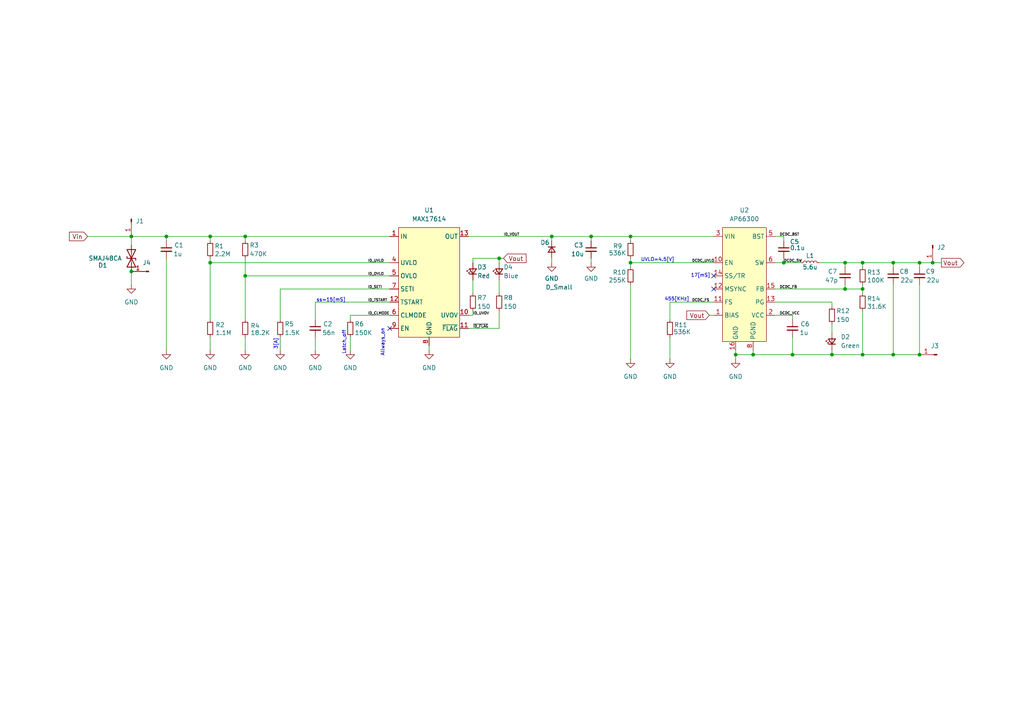
<source format=kicad_sch>
(kicad_sch (version 20231120) (generator "eeschema") (generator_version "8.0")
  (paper "A4")
  (title_block (title "ARNIE4833") (date "2024-10-12") (rev "V0.0.0") (company "© : Kynsight® GmbH: Licenced under CERN-OHL-W V2.0") (comment 2 "+48Vin | +3.3Vout | 3A ") (comment 3 "DC/DC Buck converter module, with added input protection circuitry."))
  (lib_symbols
    (symbol "310_smps_buck:AP66300"
      (property "Reference" "U" (at 0 21.59 0))
      (property "Value" "AP66300" (at 0 19.05 0))
      (symbol "AP66300_1_1"
        (rectangle (start -6.35 17.78) (end 6.35 -15.24) (fill (type background)))
        (pin input line (at -8.89 -7.62 0) (length 2.54) (name "BIAS") (number "1"))
        (pin input line (at -8.89 7.62 0) (length 2.54) (name "EN") (number "10"))
        (pin input line (at -8.89 -3.81 0) (length 2.54) (name "FS") (number "11"))
        (pin input line (at -8.89 0 0) (length 2.54) (name "MSYNC") (number "12"))
        (pin output line (at 8.89 -3.81 180) (length 2.54) (name "PG") (number "13"))
        (pin input line (at -8.89 3.81 0) (length 2.54) (name "SS/TR") (number "14"))
        (pin input line (at 8.89 0 180) (length 2.54) (name "FB") (number "15"))
        (pin power_in line (at -2.54 -17.78 90) (length 2.54) (name "GND") (number "16"))
        (pin power_in line (at -2.54 -17.78 90) (length 2.54) hide (name "GND") (number "17"))
        (pin power_out line (at 8.89 -7.62 180) (length 2.54) (name "VCC") (number "2"))
        (pin power_in line (at -8.89 15.24 0) (length 2.54) (name "VIN") (number "3"))
        (pin power_in line (at -8.89 15.24 0) (length 2.54) hide (name "VIN") (number "4"))
        (pin input line (at 8.89 15.24 180) (length 2.54) (name "BST") (number "5"))
        (pin power_out line (at 8.89 7.62 180) (length 2.54) (name "SW") (number "6"))
        (pin power_out line (at 8.89 7.62 180) (length 2.54) hide (name "SW") (number "7"))
        (pin power_in line (at 2.54 -17.78 90) (length 2.54) (name "PGND") (number "8"))
        (pin power_in line (at 2.54 -17.78 90) (length 2.54) hide (name "PGND") (number "9"))
      )
    )
    (symbol "380_power_protection_ideal_diode:MAX17614"
      (property "Reference" "U" (at 0 18.542 0))
      (property "Value" "MAX17614" (at 0.254 15.24 0))
      (symbol "MAX17614_1_1"
        (rectangle (start -8.89 13.97) (end 8.89 -17.78) (fill (type background)))
        (pin power_in line (at -11.43 11.43 0) (length 2.54) (name "IN") (number "1"))
        (pin output line (at 11.43 -11.43 180) (length 2.54) (name "UVOV") (number "10"))
        (pin output line (at 11.43 -15.24 180) (length 2.54) (name "~{FLAG}") (number "11"))
        (pin input line (at -11.43 -7.62 0) (length 2.54) (name "TSTART") (number "12"))
        (pin power_out line (at 11.43 11.43 180) (length 2.54) (name "OUT") (number "13"))
        (pin power_out line (at 11.43 11.43 180) (length 2.54) hide (name "OUT") (number "14"))
        (pin power_out line (at 11.43 11.43 180) (length 2.54) hide (name "OUT") (number "15"))
        (pin power_in line (at 0 -20.32 90) (length 2.54) hide (name "GND") (number "16"))
        (pin power_in line (at 0 -20.32 90) (length 2.54) hide (name "GND") (number "17"))
        (pin power_in line (at 0 -20.32 90) (length 2.54) hide (name "GND") (number "18"))
        (pin power_in line (at 0 -20.32 90) (length 2.54) hide (name "GND") (number "19"))
        (pin power_in line (at -11.43 11.43 0) (length 2.54) hide (name "IN") (number "2"))
        (pin power_out line (at 0 -20.32 90) (length 2.54) hide (name "GND") (number "20"))
        (pin power_in line (at 0 -20.32 90) (length 2.54) hide (name "GND") (number "21"))
        (pin power_in line (at -11.43 11.43 0) (length 2.54) hide (name "IN") (number "3"))
        (pin input line (at -11.43 3.81 0) (length 2.54) (name "UVLO") (number "4"))
        (pin input line (at -11.43 0 0) (length 2.54) (name "OVLO") (number "5"))
        (pin input line (at -11.43 -11.43 0) (length 2.54) (name "CLMODE") (number "6"))
        (pin input line (at -11.43 -3.81 0) (length 2.54) (name "SETI") (number "7"))
        (pin power_out line (at 0 -20.32 90) (length 2.54) (name "GND") (number "8"))
        (pin input line (at -11.43 -15.24 0) (length 2.54) (name "EN") (number "9"))
      )
    )
    (symbol "Connector:Conn_01x01_Pin" (pin_names (offset 1.016) hide)
      (property "Reference" "J" (at 0 2.54 0))
      (property "Value" "Conn_01x01_Pin" (at 0 -2.54 0))
      (symbol "Conn_01x01_Pin_1_1"
        (polyline (pts (xy 1.27 0) (xy 0.8636 0)) (stroke (width 0.1524)))
        (rectangle (start 0.8636 0.127) (end 0 -0.127) (stroke (width 0.1524)) (fill (type outline)))
        (pin passive line (at 5.08 0 180) (length 3.81) (name "Pin_1") (number "1"))
      )
    )
    (symbol "Device:C_Small" (pin_numbers hide) (pin_names (offset 0.254) hide)
      (property "Reference" "C" (at 0.254 1.778 0))
      (property "Value" "C_Small" (at 0.254 -2.032 0))
      (symbol "C_Small_0_1"
        (polyline (pts (xy -1.524 -0.508) (xy 1.524 -0.508)) (stroke (width 0.3302)))
        (polyline (pts (xy -1.524 0.508) (xy 1.524 0.508)) (stroke (width 0.3048)))
      )
      (symbol "C_Small_1_1"
        (pin passive line (at 0 2.54 270) (length 2.032) (name "~") (number "1"))
        (pin passive line (at 0 -2.54 90) (length 2.032) (name "~") (number "2"))
      )
    )
    (symbol "Device:D_Small" (pin_numbers hide) (pin_names (offset 0.254) hide)
      (property "Reference" "D" (at -1.27 2.032 0))
      (property "Value" "D_Small" (at -3.81 -2.032 0))
      (symbol "D_Small_0_1"
        (polyline (pts (xy -0.762 -1.016) (xy -0.762 1.016)) (stroke (width 0.254)))
        (polyline (pts (xy -0.762 0) (xy 0.762 0)))
        (polyline (pts (xy 0.762 -1.016) (xy -0.762 0) (xy 0.762 1.016) (xy 0.762 -1.016)) (stroke (width 0.254)))
      )
      (symbol "D_Small_1_1"
        (pin passive line (at -2.54 0 0) (length 1.778) (name "K") (number "1"))
        (pin passive line (at 2.54 0 180) (length 1.778) (name "A") (number "2"))
      )
    )
    (symbol "Device:D_TVS" (pin_numbers hide) (pin_names (offset 1.016) hide)
      (property "Reference" "D" (at 0 2.54 0))
      (property "Value" "D_TVS" (at 0 -2.54 0))
      (symbol "D_TVS_0_1"
        (polyline (pts (xy 1.27 0) (xy -1.27 0)))
        (polyline (pts (xy 0.508 1.27) (xy 0 1.27) (xy 0 -1.27) (xy -0.508 -1.27)) (stroke (width 0.254)))
        (polyline (pts (xy -2.54 1.27) (xy -2.54 -1.27) (xy 2.54 1.27) (xy 2.54 -1.27) (xy -2.54 1.27)) (stroke (width 0.254)))
      )
      (symbol "D_TVS_1_1"
        (pin passive line (at -3.81 0 0) (length 2.54) (name "A1") (number "1"))
        (pin passive line (at 3.81 0 180) (length 2.54) (name "A2") (number "2"))
      )
    )
    (symbol "Device:LED_Small" (pin_numbers hide) (pin_names (offset 0.254) hide)
      (property "Reference" "D" (at -1.27 3.175 0))
      (property "Value" "LED_Small" (at -4.445 -2.54 0))
      (symbol "LED_Small_0_1"
        (polyline (pts (xy -0.762 -1.016) (xy -0.762 1.016)) (stroke (width 0.254)))
        (polyline (pts (xy 1.016 0) (xy -0.762 0)))
        (polyline (pts (xy 0.762 -1.016) (xy -0.762 0) (xy 0.762 1.016) (xy 0.762 -1.016)) (stroke (width 0.254)))
        (polyline (pts (xy 0 0.762) (xy -0.508 1.27) (xy -0.254 1.27) (xy -0.508 1.27) (xy -0.508 1.016)))
        (polyline (pts (xy 0.508 1.27) (xy 0 1.778) (xy 0.254 1.778) (xy 0 1.778) (xy 0 1.524)))
      )
      (symbol "LED_Small_1_1"
        (pin passive line (at -2.54 0 0) (length 1.778) (name "K") (number "1"))
        (pin passive line (at 2.54 0 180) (length 1.778) (name "A") (number "2"))
      )
    )
    (symbol "Device:L_Small" (pin_numbers hide) (pin_names (offset 0.254) hide)
      (property "Reference" "L" (at 0.762 1.016 0))
      (property "Value" "L_Small" (at 0.762 -1.016 0))
      (symbol "L_Small_0_1"
        (arc (start 0 -2.032) (mid 0.5058 -1.524) (end 0 -1.016))
        (arc (start 0 -1.016) (mid 0.5058 -0.508) (end 0 0))
        (arc (start 0 0) (mid 0.5058 0.508) (end 0 1.016))
        (arc (start 0 1.016) (mid 0.5058 1.524) (end 0 2.032))
      )
      (symbol "L_Small_1_1"
        (pin passive line (at 0 2.54 270) (length 0.508) (name "~") (number "1"))
        (pin passive line (at 0 -2.54 90) (length 0.508) (name "~") (number "2"))
      )
    )
    (symbol "Device:R_Small" (pin_numbers hide) (pin_names (offset 0.254) hide)
      (property "Reference" "R" (at 0.762 0.508 0))
      (property "Value" "R_Small" (at 0.762 -1.016 0))
      (symbol "R_Small_0_1"
        (rectangle (start -0.762 1.778) (end 0.762 -1.778) (stroke (width 0.2032)))
      )
      (symbol "R_Small_1_1"
        (pin passive line (at 0 2.54 270) (length 0.762) (name "~") (number "1"))
        (pin passive line (at 0 -2.54 90) (length 0.762) (name "~") (number "2"))
      )
    )
    (symbol "power:GND" (power) (pin_numbers hide) (pin_names (offset 0) hide)
      (property "Value" "GND" (at 0 -3.81 0))
      (symbol "GND_0_1"
        (polyline (pts (xy 0 0) (xy 0 -1.27) (xy 1.27 -1.27) (xy 0 -2.54) (xy -1.27 -1.27) (xy 0 -1.27)))
      )
      (symbol "GND_1_1"
        (pin power_in line (at 0 0 270) (length 0) (name "~") (number "1"))
      )
    )
  )
  (junction (at 250.19 83.82))
  (junction (at 48.26 68.58))
  (junction (at 218.44 102.87))
  (junction (at 182.88 68.58))
  (junction (at 266.7 102.87))
  (junction (at 270.51 76.2))
  (junction (at 259.08 76.2))
  (junction (at 266.7 76.2))
  (junction (at 71.12 80.01))
  (junction (at 250.19 76.2))
  (junction (at 259.08 102.87))
  (junction (at 60.96 76.2))
  (junction (at 38.1 68.58))
  (junction (at 160.02 68.58))
  (junction (at 245.11 76.2))
  (junction (at 245.11 83.82))
  (junction (at 71.12 68.58))
  (junction (at 241.3 102.87))
  (junction (at 250.19 102.87))
  (junction (at 182.88 76.2))
  (junction (at 229.87 102.87))
  (junction (at 144.78 74.93))
  (junction (at 38.1 78.74))
  (junction (at 213.36 102.87))
  (junction (at 60.96 68.58))
  (junction (at 171.45 68.58))
  (junction (at 227.33 76.2))
  (no_connect (at 113.03 95.25))
  (no_connect (at 207.01 83.82))
  (no_connect (at 207.01 80.01))
  (wire (pts (xy 71.12 80.01) (xy 71.12 92.71)))
  (wire (pts (xy 194.31 87.63) (xy 207.01 87.63)))
  (wire (pts (xy 182.88 74.93) (xy 182.88 76.2)))
  (wire (pts (xy 259.08 102.87) (xy 250.19 102.87)))
  (wire (pts (xy 101.6 91.44) (xy 101.6 92.71)))
  (wire (pts (xy 245.11 83.82) (xy 245.11 82.55)))
  (wire (pts (xy 245.11 76.2) (xy 245.11 77.47)))
  (wire (pts (xy 224.79 87.63) (xy 241.3 87.63)))
  (wire (pts (xy 48.26 68.58) (xy 48.26 69.85)))
  (wire (pts (xy 137.16 81.28) (xy 137.16 85.09)))
  (wire (pts (xy 124.46 100.33) (xy 124.46 101.6)))
  (wire (pts (xy 259.08 102.87) (xy 266.7 102.87)))
  (wire (pts (xy 48.26 68.58) (xy 60.96 68.58)))
  (wire (pts (xy 137.16 74.93) (xy 144.78 74.93)))
  (wire (pts (xy 205.74 91.44) (xy 207.01 91.44)))
  (wire (pts (xy 135.89 68.58) (xy 160.02 68.58)))
  (wire (pts (xy 224.79 91.44) (xy 229.87 91.44)))
  (wire (pts (xy 81.28 83.82) (xy 81.28 92.71)))
  (wire (pts (xy 266.7 82.55) (xy 266.7 102.87)))
  (wire (pts (xy 137.16 76.2) (xy 137.16 74.93)))
  (wire (pts (xy 266.7 76.2) (xy 270.51 76.2)))
  (wire (pts (xy 229.87 102.87) (xy 229.87 97.79)))
  (wire (pts (xy 237.49 76.2) (xy 245.11 76.2)))
  (wire (pts (xy 213.36 102.87) (xy 213.36 104.14)))
  (wire (pts (xy 91.44 87.63) (xy 91.44 92.71)))
  (wire (pts (xy 60.96 68.58) (xy 60.96 69.85)))
  (wire (pts (xy 171.45 68.58) (xy 182.88 68.58)))
  (wire (pts (xy 171.45 68.58) (xy 171.45 69.85)))
  (wire (pts (xy 60.96 97.79) (xy 60.96 101.6)))
  (wire (pts (xy 160.02 74.93) (xy 160.02 76.2)))
  (wire (pts (xy 81.28 83.82) (xy 113.03 83.82)))
  (wire (pts (xy 227.33 76.2) (xy 232.41 76.2)))
  (wire (pts (xy 270.51 76.2) (xy 273.05 76.2)))
  (wire (pts (xy 227.33 74.93) (xy 227.33 76.2)))
  (wire (pts (xy 182.88 77.47) (xy 182.88 76.2)))
  (wire (pts (xy 144.78 95.25) (xy 144.78 90.17)))
  (wire (pts (xy 241.3 87.63) (xy 241.3 88.9)))
  (wire (pts (xy 101.6 91.44) (xy 113.03 91.44)))
  (wire (pts (xy 245.11 83.82) (xy 250.19 83.82)))
  (wire (pts (xy 137.16 91.44) (xy 137.16 90.17)))
  (wire (pts (xy 182.88 76.2) (xy 207.01 76.2)))
  (wire (pts (xy 38.1 68.58) (xy 38.1 71.12)))
  (wire (pts (xy 60.96 76.2) (xy 113.03 76.2)))
  (wire (pts (xy 160.02 68.58) (xy 171.45 68.58)))
  (wire (pts (xy 71.12 74.93) (xy 71.12 80.01)))
  (wire (pts (xy 182.88 68.58) (xy 207.01 68.58)))
  (wire (pts (xy 241.3 93.98) (xy 241.3 96.52)))
  (wire (pts (xy 266.7 76.2) (xy 266.7 77.47)))
  (wire (pts (xy 259.08 76.2) (xy 266.7 76.2)))
  (wire (pts (xy 229.87 91.44) (xy 229.87 92.71)))
  (wire (pts (xy 71.12 68.58) (xy 71.12 69.85)))
  (wire (pts (xy 71.12 68.58) (xy 113.03 68.58)))
  (wire (pts (xy 91.44 87.63) (xy 113.03 87.63)))
  (wire (pts (xy 135.89 91.44) (xy 137.16 91.44)))
  (wire (pts (xy 48.26 74.93) (xy 48.26 101.6)))
  (wire (pts (xy 213.36 101.6) (xy 213.36 102.87)))
  (wire (pts (xy 101.6 97.79) (xy 101.6 101.6)))
  (wire (pts (xy 259.08 82.55) (xy 259.08 102.87)))
  (wire (pts (xy 182.88 82.55) (xy 182.88 104.14)))
  (wire (pts (xy 182.88 68.58) (xy 182.88 69.85)))
  (wire (pts (xy 38.1 68.58) (xy 48.26 68.58)))
  (wire (pts (xy 245.11 76.2) (xy 250.19 76.2)))
  (wire (pts (xy 71.12 97.79) (xy 71.12 101.6)))
  (wire (pts (xy 213.36 102.87) (xy 218.44 102.87)))
  (wire (pts (xy 71.12 80.01) (xy 113.03 80.01)))
  (wire (pts (xy 38.1 78.74) (xy 38.1 82.55)))
  (wire (pts (xy 135.89 95.25) (xy 144.78 95.25)))
  (wire (pts (xy 60.96 74.93) (xy 60.96 76.2)))
  (wire (pts (xy 160.02 68.58) (xy 160.02 69.85)))
  (wire (pts (xy 194.31 87.63) (xy 194.31 92.71)))
  (wire (pts (xy 227.33 68.58) (xy 227.33 69.85)))
  (wire (pts (xy 194.31 97.79) (xy 194.31 104.14)))
  (wire (pts (xy 224.79 83.82) (xy 245.11 83.82)))
  (wire (pts (xy 91.44 97.79) (xy 91.44 101.6)))
  (wire (pts (xy 250.19 90.17) (xy 250.19 102.87)))
  (wire (pts (xy 71.12 68.58) (xy 60.96 68.58)))
  (wire (pts (xy 259.08 76.2) (xy 259.08 77.47)))
  (wire (pts (xy 81.28 97.79) (xy 81.28 101.6)))
  (wire (pts (xy 250.19 83.82) (xy 250.19 85.09)))
  (wire (pts (xy 218.44 101.6) (xy 218.44 102.87)))
  (wire (pts (xy 250.19 102.87) (xy 241.3 102.87)))
  (wire (pts (xy 144.78 81.28) (xy 144.78 85.09)))
  (wire (pts (xy 171.45 74.93) (xy 171.45 76.2)))
  (wire (pts (xy 241.3 102.87) (xy 229.87 102.87)))
  (wire (pts (xy 250.19 83.82) (xy 250.19 82.55)))
  (wire (pts (xy 146.05 74.93) (xy 144.78 74.93)))
  (wire (pts (xy 241.3 101.6) (xy 241.3 102.87)))
  (wire (pts (xy 218.44 102.87) (xy 229.87 102.87)))
  (wire (pts (xy 250.19 76.2) (xy 250.19 77.47)))
  (wire (pts (xy 25.4 68.58) (xy 38.1 68.58)))
  (wire (pts (xy 224.79 68.58) (xy 227.33 68.58)))
  (wire (pts (xy 60.96 76.2) (xy 60.96 92.71)))
  (wire (pts (xy 224.79 76.2) (xy 227.33 76.2)))
  (wire (pts (xy 250.19 76.2) (xy 259.08 76.2)))
  (wire (pts (xy 144.78 74.93) (xy 144.78 76.2)))
  (text "Latch_off" (at 99.822 99.314 90) (effects (font (size 1 1))))
  (text "ss=15[mS]" (at 96.012 87.122 0) (effects (font (size 1 1))))
  (text "455[KHz]" (at 196.342 86.868 0) (effects (font (size 1 1))))
  (text "Allways_on" (at 110.998 99.314 90) (effects (font (size 1 1))))
  (text "17[mS]" (at 203.2 80.01 0) (effects (font (size 1 1))))
  (text "UVLO=4.5[V]" (at 190.754 75.438 0) (effects (font (size 1 1))))
  (text "3[A]" (at 80.01 99.822 90) (effects (font (size 1 1))))
  (label "ID_UVOV" (at 137.16 91.44 0) (effects (font (size 0.75 0.75))))
  (label "~{ID_FLAG}" (at 137.16 95.25 0) (effects (font (size 0.75 0.75))))
  (label "DCDC_UVLO" (at 200.66 76.2 0) (effects (font (size 0.75 0.75))))
  (label "ID_VOUT" (at 146.05 68.58 0) (effects (font (size 0.75 0.75))))
  (label "DCDC_FB" (at 226.06 83.82 0) (effects (font (size 0.75 0.75))))
  (label "DCDC_VCC" (at 226.06 91.44 0) (effects (font (size 0.75 0.75))))
  (label "ID_OVLO" (at 106.68 80.01 0) (effects (font (size 0.75 0.75))))
  (label "DCDC_BST" (at 226.06 68.58 0) (effects (font (size 0.75 0.75))))
  (label "ID_UVLO" (at 106.68 76.2 0) (effects (font (size 0.75 0.75))))
  (label "DCDC_SW" (at 227.33 76.2 0) (effects (font (size 0.75 0.75))))
  (label "ID_CLMODE" (at 106.68 91.44 0) (effects (font (size 0.75 0.75))))
  (label "ID_SETI" (at 106.68 83.82 0) (effects (font (size 0.75 0.75))))
  (label "ID_TSTART" (at 106.68 87.63 0) (effects (font (size 0.75 0.75))))
  (label "DCDC_FS" (at 200.66 87.63 0) (effects (font (size 0.75 0.75))))
  (global_label "Vout" (shape output) (at 273.05 76.2 0) (property "Intersheetrefs" "${INTERSHEET_REFS}" (effects (hide yes))))
  (global_label "Vout" (shape input) (at 146.05 74.93 0) (property "Intersheetrefs" "${INTERSHEET_REFS}" (effects (hide yes))))
  (global_label "Vout" (shape input) (at 205.74 91.44 180) (property "Intersheetrefs" "${INTERSHEET_REFS}" (effects (hide yes))))
  (global_label "Vin" (shape input) (at 25.4 68.58 180) (property "Intersheetrefs" "${INTERSHEET_REFS}" (effects (hide yes))))
  (symbol (lib_id "Device:R_Small") (at 144.78 87.63 0) (unit 1)
    (property "Reference" "R8" (at 146.05 86.36 0) (effects (justify left)))
    (property "Value" "150" (at 146.05 88.9 0) (effects (justify left)))
    (property "Footprint" "Resistor_SMD:R_0603_1608Metric" (effects (hide yes)))
    (property "Description" "Resistor, small symbol" (effects (hide yes)))
    (property "Man" "Panasonic" (effects (hide yes)))
    (property "Man_No" "ERJ-3EKF1500V " (effects (hide yes)))
    (property "Disti" "Mouser" (effects (hide yes)))
    (property "Disti_No" " 667-ERJ-3EKF1500V" (effects (hide yes)))
  )
  (symbol (lib_id "Device:D_TVS") (at 38.1 74.93 90) (unit 1)
    (property "Reference" "D1" (at 28.448 76.962 90) (effects (justify right)))
    (property "Value" "SMAJ48CA" (at 25.654 74.93 90) (effects (justify right)))
    (property "Footprint" "Diode_SMD:D_SMA" (effects (hide yes)))
    (property "Datasheet" "https://www.diodes.com/assets/Datasheets/SMAJ5.0CA-SMAJ200CA.pdf" (effects (hide yes)))
    (property "Description" "Bidirectional transient-voltage-suppression diode" (effects (hide yes)))
    (property "Man" "Diodes" (effects (hide yes)))
    (property "Man_No" "SMAJ48CA-13-F " (effects (hide yes)))
    (property "Disti" "Mouser" (effects (hide yes)))
    (property "Disti_No" "621-SMAJ48CA-13-F" (effects (hide yes)))
  )
  (symbol (lib_id "Device:C_Small") (at 227.33 72.39 0) (unit 1)
    (property "Reference" "C5" (at 229.108 70.104 0) (effects (justify left)))
    (property "Value" "0.1u" (at 229.108 71.882 0) (effects (justify left)))
    (property "Footprint" "Capacitor_SMD:C_0603_1608Metric" (effects (hide yes)))
    (property "Description" "Unpolarized capacitor, small symbol" (effects (hide yes)))
    (property "Man" "Kyocera" (effects (hide yes)))
    (property "Man_No" "KAM15BR72A104KT " (effects (hide yes)))
    (property "Disti" "Mouser" (effects (hide yes)))
    (property "Disti_No" "KAM15BR72A104KT " (effects (hide yes)))
  )
  (symbol (lib_id "power:GND") (at 213.36 104.14 0) (unit 1)
    (property "Reference" "#PWR010" (effects (hide yes)))
    (property "Value" "GND" (at 213.36 109.22 0))
    (property "Description" "Power symbol creates a global label with name \"GND\" , ground" (effects (hide yes)))
  )
  (symbol (lib_id "Device:R_Small") (at 250.19 80.01 0) (unit 1)
    (property "Reference" "R13" (at 251.46 78.994 0) (effects (justify left)))
    (property "Value" "100K" (at 251.46 81.28 0) (effects (justify left)))
    (property "Footprint" "Resistor_SMD:R_0603_1608Metric" (effects (hide yes)))
    (property "Description" "Resistor, small symbol" (effects (hide yes)))
    (property "Man" "Panasonic" (effects (hide yes)))
    (property "Man_No" "ERJ-3EKF1003V" (effects (hide yes)))
    (property "Disti" "Mouser" (effects (hide yes)))
    (property "Disti_No" "667-ERJ-3EKF1003V" (effects (hide yes)))
  )
  (symbol (lib_id "Device:C_Small") (at 48.26 72.39 0) (unit 1)
    (property "Reference" "C1" (at 50.546 71.12 0) (effects (justify left)))
    (property "Value" "1u" (at 50.292 73.66 0) (effects (justify left)))
    (property "Footprint" "Capacitor_SMD:C_0603_1608Metric" (effects (hide yes)))
    (property "Description" "Unpolarized capacitor, small symbol" (effects (hide yes)))
    (property "Man" "Samsung" (effects (hide yes)))
    (property "Man_No" "CL10B105KB9VPNC" (effects (hide yes)))
    (property "Disti" "Mouser" (effects (hide yes)))
    (property "Disti_No" "187-CL10B105KB9VPNC" (effects (hide yes)))
  )
  (symbol (lib_id "Device:LED_Small") (at 144.78 78.74 90) (unit 1)
    (property "Reference" "D4" (at 146.05 77.47 90) (effects (justify right)))
    (property "Value" "Blue" (at 146.05 80.01 90) (effects (justify right)))
    (property "Footprint" "LED_SMD:LED_0603_1608Metric" (effects (hide yes)))
    (property "Description" "Light emitting diode, small symbol" (effects (hide yes)))
    (property "Man" "Osram" (effects (hide yes)))
    (property "Man_No" "KB EELP41.12-P1R2-36-3X4X-5-R18" (effects (hide yes)))
    (property "Disti" "Mouser" (effects (hide yes)))
    (property "Disti_No" " 720-P4112P1R2363X4X5" (effects (hide yes)))
  )
  (symbol (lib_id "power:GND") (at 182.88 104.14 0) (unit 1)
    (property "Reference" "#PWR012" (effects (hide yes)))
    (property "Value" "GND" (at 182.88 109.22 0))
    (property "Description" "Power symbol creates a global label with name \"GND\" , ground" (effects (hide yes)))
  )
  (symbol (lib_id "Device:R_Small") (at 60.96 95.25 0) (unit 1)
    (property "Reference" "R2" (at 62.484 94.234 0) (effects (justify left)))
    (property "Value" "1.1M" (at 62.484 96.52 0) (effects (justify left)))
    (property "Footprint" "Resistor_SMD:R_0603_1608Metric" (effects (hide yes)))
    (property "Description" "Resistor, small symbol" (effects (hide yes)))
    (property "Man" "Panasonic" (effects (hide yes)))
    (property "Man_No" "ERJ-PA3J115V" (effects (hide yes)))
    (property "Disti" "Mouser" (effects (hide yes)))
    (property "Disti_No" "667-ERJ-PA3J115V" (effects (hide yes)))
  )
  (symbol (lib_id "Device:C_Small") (at 91.44 95.25 0) (unit 1)
    (property "Reference" "C2" (at 93.726 93.98 0) (effects (justify left)))
    (property "Value" "56n" (at 93.472 96.52 0) (effects (justify left)))
    (property "Footprint" "Capacitor_SMD:C_0603_1608Metric" (effects (hide yes)))
    (property "Description" "Unpolarized capacitor, small symbol" (effects (hide yes)))
    (property "Man" "Yageo" (effects (hide yes)))
    (property "Man_No" "CC0603JX7R0BB563" (effects (hide yes)))
    (property "Disti" "Mouser" (effects (hide yes)))
    (property "Disti_No" "603-CC0603JX7R0BB563" (effects (hide yes)))
  )
  (symbol (lib_id "310_smps_buck:AP66300") (at 215.9 83.82 0) (unit 1)
    (property "Reference" "U2" (at 215.9 60.96 0))
    (property "Value" "AP66300" (at 215.9 63.5 0))
    (property "Footprint" "Package_DFN_QFN:UQFN-16-1EP_4x4mm_P0.65mm_EP2.6x2.6mm" (effects (hide yes)))
    (property "Datasheet" "https://www.diodes.com/assets/Datasheets/AP66300.pdf" (effects (hide yes)))
    (property "Description" "3.8V TO 60V INPUT, 3A LOW IQ SYNCHRONOUS BUCK CONVERTER" (effects (hide yes)))
    (property "Man" "Diodes" (effects (hide yes)))
    (property "Man_No" "3.8V TO 60V INPUT, 3A LOW IQ SYNCHRONOUS BUCK CONVERTER" (effects (hide yes)))
    (property "Disti" "Mouser" (effects (hide yes)))
    (property "Disti_No" "621-AP66300FVBW-13" (effects (hide yes)))
  )
  (symbol (lib_id "Connector:Conn_01x01_Pin") (at 271.78 102.87 180) (unit 1)
    (property "Reference" "J3" (at 271.145 100.33 0))
    (property "Value" "Conn_01x01_Pin" (effects (hide yes)))
    (property "Footprint" "Connector_PinHeader_2.54mm:PinHeader_1x01_P2.54mm_Vertical" (effects (hide yes)))
    (property "Description" "Generic connector, single row, 01x01, script generated" (effects (hide yes)))
  )
  (symbol (lib_id "Device:R_Small") (at 182.88 72.39 0) (mirror x) (unit 1)
    (property "Reference" "R9" (at 177.8 71.374 0) (effects (justify left)))
    (property "Value" "536K" (at 176.53 73.406 0) (effects (justify left)))
    (property "Footprint" "Resistor_SMD:R_0603_1608Metric" (effects (hide yes)))
    (property "Description" "Resistor, small symbol" (effects (hide yes)))
    (property "Man" "Panasonic" (effects (hide yes)))
    (property "Man_No" "ERJ-3EKF2553V" (effects (hide yes)))
    (property "Disti" "Mouser" (effects (hide yes)))
    (property "Disti_No" "667-ERJ-3EKF5363V" (effects (hide yes)))
  )
  (symbol (lib_id "Connector:Conn_01x01_Pin") (at 43.18 78.74 180) (unit 1)
    (property "Reference" "J4" (at 42.545 76.2 0))
    (property "Value" "Conn_01x01_Pin" (effects (hide yes)))
    (property "Footprint" "Connector_PinHeader_2.54mm:PinHeader_1x01_P2.54mm_Vertical" (effects (hide yes)))
    (property "Description" "Generic connector, single row, 01x01, script generated" (effects (hide yes)))
  )
  (symbol (lib_id "Device:R_Small") (at 241.3 91.44 0) (unit 1)
    (property "Reference" "R12" (at 242.57 90.17 0) (effects (justify left)))
    (property "Value" "150" (at 242.57 92.71 0) (effects (justify left)))
    (property "Footprint" "Resistor_SMD:R_0603_1608Metric" (effects (hide yes)))
    (property "Description" "Resistor, small symbol" (effects (hide yes)))
    (property "Man" "Panasonic" (effects (hide yes)))
    (property "Man_No" "ERJ-3EKF1500V" (effects (hide yes)))
    (property "Disti" "Mouser" (effects (hide yes)))
    (property "Disti_No" " 667-ERJ-3EKF1500V" (effects (hide yes)))
  )
  (symbol (lib_id "Device:C_Small") (at 171.45 72.39 0) (mirror y) (unit 1)
    (property "Reference" "C3" (at 169.164 71.12 0) (effects (justify left)))
    (property "Value" "10u" (at 169.418 73.66 0) (effects (justify left)))
    (property "Footprint" "Capacitor_SMD:C_1210_3225Metric" (effects (hide yes)))
    (property "Description" "Unpolarized capacitor, small symbol" (effects (hide yes)))
    (property "Man" "TDK" (effects (hide yes)))
    (property "Man_No" "CGA6P1X7R1N106K250AC" (effects (hide yes)))
    (property "Disti" "Mouser" (effects (hide yes)))
    (property "Disti_No" "810-CGA6P1X7R1N106K2" (effects (hide yes)))
  )
  (symbol (lib_id "power:GND") (at 48.26 101.6 0) (unit 1)
    (property "Reference" "#PWR02" (effects (hide yes)))
    (property "Value" "GND" (at 48.26 106.68 0))
    (property "Description" "Power symbol creates a global label with name \"GND\" , ground" (effects (hide yes)))
  )
  (symbol (lib_id "power:GND") (at 101.6 101.6 0) (unit 1)
    (property "Reference" "#PWR07" (effects (hide yes)))
    (property "Value" "GND" (at 101.6 106.68 0))
    (property "Description" "Power symbol creates a global label with name \"GND\" , ground" (effects (hide yes)))
  )
  (symbol (lib_id "Device:D_Small") (at 160.02 72.39 270) (unit 1)
    (property "Reference" "D6" (at 156.718 70.358 90) (effects (justify left)))
    (property "Value" "D_Small" (at 158.242 83.312 90) (effects (justify left)))
    (property "Footprint" "Diode_SMD:D_PowerDI-123" (effects (hide yes)))
    (property "Description" "Diode, small symbol" (effects (hide yes)))
    (property "Sim.Device" "D" (effects (hide yes)))
    (property "Sim.Pins" "1=K 2=A" (effects (hide yes)))
    (property "Man" "Diodes" (effects (hide yes)))
    (property "Man_No" "DFLS2100-7" (effects (hide yes)))
    (property "Disti" "Mouser" (effects (hide yes)))
    (property "Disti_No" " 621-DFLS2100-7" (effects (hide yes)))
  )
  (symbol (lib_id "Device:LED_Small") (at 241.3 99.06 90) (unit 1)
    (property "Reference" "D2" (at 243.84 97.7264 90) (effects (justify right)))
    (property "Value" "Green" (at 243.84 100.2664 90) (effects (justify right)))
    (property "Footprint" "LED_SMD:LED_0603_1608Metric" (effects (hide yes)))
    (property "Description" "Light emitting diode, small symbol" (effects (hide yes)))
    (property "Man" "Osram" (effects (hide yes)))
    (property "Man_No" "KT EELP41.12-S2U1-25-2X4X-5-R18" (effects (hide yes)))
    (property "Disti" "Mouser" (effects (hide yes)))
    (property "Disti_No" " 720-P4112S2U1252X4X5" (effects (hide yes)))
  )
  (symbol (lib_id "Device:R_Small") (at 60.96 72.39 0) (unit 1)
    (property "Reference" "R1" (at 62.23 71.374 0) (effects (justify left)))
    (property "Value" "2.2M" (at 62.23 73.66 0) (effects (justify left)))
    (property "Footprint" "Resistor_SMD:R_0603_1608Metric" (effects (hide yes)))
    (property "Description" "Resistor, small symbol" (effects (hide yes)))
    (property "Man" "Panasonic" (effects (hide yes)))
    (property "Man_No" "ERJ-U03J225V" (effects (hide yes)))
    (property "Disti" "Mouser" (effects (hide yes)))
    (property "Disti_No" "667-ERJ-U03J225V" (effects (hide yes)))
  )
  (symbol (lib_id "Device:C_Small") (at 266.7 80.01 0) (unit 1)
    (property "Reference" "C9" (at 268.478 78.74 0) (effects (justify left)))
    (property "Value" "22u" (at 268.732 81.28 0) (effects (justify left)))
    (property "Footprint" "Capacitor_SMD:C_0603_1608Metric" (effects (hide yes)))
    (property "Description" "Unpolarized capacitor, small symbol" (effects (hide yes)))
    (property "Man" "Samsung" (effects (hide yes)))
    (property "Man_No" "CL10A226MQ8NRND" (effects (hide yes)))
    (property "Disti" "Mouser" (effects (hide yes)))
    (property "Disti_No" "187-CL10A226MQ8NRND" (effects (hide yes)))
  )
  (symbol (lib_id "power:GND") (at 71.12 101.6 0) (unit 1)
    (property "Reference" "#PWR04" (effects (hide yes)))
    (property "Value" "GND" (at 71.12 106.68 0))
    (property "Description" "Power symbol creates a global label with name \"GND\" , ground" (effects (hide yes)))
  )
  (symbol (lib_id "Device:R_Small") (at 194.31 95.25 0) (mirror y) (unit 1)
    (property "Reference" "R11" (at 199.39 94.234 0) (effects (justify left)))
    (property "Value" "536K" (at 200.406 96.266 0) (effects (justify left)))
    (property "Footprint" "Resistor_SMD:R_0603_1608Metric" (effects (hide yes)))
    (property "Description" "Resistor, small symbol" (effects (hide yes)))
    (property "Man" "Panasonic" (effects (hide yes)))
    (property "Man_No" "ERJ-3EKF5363V" (effects (hide yes)))
    (property "Disti" "Mouser" (effects (hide yes)))
    (property "Disti_No" "667-ERJ-3EKF5363V" (effects (hide yes)))
  )
  (symbol (lib_id "380_power_protection_ideal_diode:MAX17614") (at 124.46 80.01 0) (unit 1)
    (property "Reference" "U1" (at 124.46 60.96 0))
    (property "Value" "MAX17614" (at 124.46 63.5 0))
    (property "Footprint" "Package_DFN_QFN:TQFN-20-1EP_4x4mm_P0.5mm_EP2.9x2.9mm" (effects (hide yes)))
    (property "Datasheet" "https://www.analog.com/media/en/technical-documentation/data-sheets/max17614.pdf" (effects (hide yes)))
    (property "Description" "4.5V to 60V, 3A, Ideal Diode/Power Source Selector with Current Limit, UV, OV Protection" (effects (hide yes)))
    (property "Man" "ADI" (effects (hide yes)))
    (property "Man_No" "MAX17614" (effects (hide yes)))
    (property "Disti" "Mouser" (effects (hide yes)))
    (property "Disti_No" "700-MAX17614ATP+" (effects (hide yes)))
  )
  (symbol (lib_id "Device:R_Small") (at 81.28 95.25 0) (unit 1)
    (property "Reference" "R5" (at 82.55 93.98 0) (effects (justify left)))
    (property "Value" "1.5K" (at 82.55 96.52 0) (effects (justify left)))
    (property "Footprint" "Resistor_SMD:R_0603_1608Metric" (effects (hide yes)))
    (property "Description" "Resistor, small symbol" (effects (hide yes)))
    (property "Man" "Panasonic" (effects (hide yes)))
    (property "Man_No" "ERJ-3EKF1501V" (effects (hide yes)))
    (property "Disti" "Mouser" (effects (hide yes)))
    (property "Disti_No" "667-ERJ-3EKF1501V" (effects (hide yes)))
  )
  (symbol (lib_id "power:GND") (at 124.46 101.6 0) (unit 1)
    (property "Reference" "#PWR08" (effects (hide yes)))
    (property "Value" "GND" (at 124.46 106.68 0))
    (property "Description" "Power symbol creates a global label with name \"GND\" , ground" (effects (hide yes)))
  )
  (symbol (lib_id "power:GND") (at 171.45 76.2 0) (unit 1)
    (property "Reference" "#PWR09" (effects (hide yes)))
    (property "Value" "GND" (at 171.45 80.772 0))
    (property "Description" "Power symbol creates a global label with name \"GND\" , ground" (effects (hide yes)))
  )
  (symbol (lib_id "power:GND") (at 60.96 101.6 0) (unit 1)
    (property "Reference" "#PWR03" (effects (hide yes)))
    (property "Value" "GND" (at 60.96 106.68 0))
    (property "Description" "Power symbol creates a global label with name \"GND\" , ground" (effects (hide yes)))
  )
  (symbol (lib_id "power:GND") (at 38.1 82.55 0) (unit 1)
    (property "Reference" "#PWR01" (effects (hide yes)))
    (property "Value" "GND" (at 38.1 87.63 0))
    (property "Description" "Power symbol creates a global label with name \"GND\" , ground" (effects (hide yes)))
  )
  (symbol (lib_id "Device:C_Small") (at 245.11 80.01 0) (mirror y) (unit 1)
    (property "Reference" "C7" (at 242.824 78.74 0) (effects (justify left)))
    (property "Value" "47p" (at 243.078 81.28 0) (effects (justify left)))
    (property "Footprint" "Capacitor_SMD:C_0603_1608Metric" (effects (hide yes)))
    (property "Description" "Unpolarized capacitor, small symbol" (effects (hide yes)))
    (property "Man" "Murata" (effects (hide yes)))
    (property "Man_No" "GCM1885G2A470JA6J" (effects (hide yes)))
    (property "Disti" "Mouser" (effects (hide yes)))
    (property "Disti_No" "81-GCM1885G2A470JA6J" (effects (hide yes)))
  )
  (symbol (lib_id "Device:R_Small") (at 71.12 95.25 0) (unit 1)
    (property "Reference" "R4" (at 72.644 94.488 0) (effects (justify left)))
    (property "Value" "18.2K" (at 72.644 96.52 0) (effects (justify left)))
    (property "Footprint" "Resistor_SMD:R_0603_1608Metric" (effects (hide yes)))
    (property "Description" "Resistor, small symbol" (effects (hide yes)))
    (property "Man" "Panasonic" (effects (hide yes)))
    (property "Man_No" "ERJ-3EKF1822V" (effects (hide yes)))
    (property "Disti" "Mouser" (effects (hide yes)))
    (property "Disti_No" "667-ERJ-3EKF1822V" (effects (hide yes)))
  )
  (symbol (lib_id "power:GND") (at 81.28 101.6 0) (unit 1)
    (property "Reference" "#PWR05" (effects (hide yes)))
    (property "Value" "GND" (at 81.28 106.68 0))
    (property "Description" "Power symbol creates a global label with name \"GND\" , ground" (effects (hide yes)))
  )
  (symbol (lib_id "Device:R_Small") (at 137.16 87.63 0) (unit 1)
    (property "Reference" "R7" (at 138.43 86.36 0) (effects (justify left)))
    (property "Value" "150" (at 138.43 88.9 0) (effects (justify left)))
    (property "Footprint" "Resistor_SMD:R_0603_1608Metric" (effects (hide yes)))
    (property "Description" "Resistor, small symbol" (effects (hide yes)))
    (property "Man" "Panasonic" (effects (hide yes)))
    (property "Man_No" " ERJ-3EKF1500V " (effects (hide yes)))
    (property "Disti" "Mouser" (effects (hide yes)))
    (property "Disti_No" " 667-ERJ-3EKF1500V" (effects (hide yes)))
  )
  (symbol (lib_id "power:GND") (at 91.44 101.6 0) (unit 1)
    (property "Reference" "#PWR06" (effects (hide yes)))
    (property "Value" "GND" (at 91.44 106.68 0))
    (property "Description" "Power symbol creates a global label with name \"GND\" , ground" (effects (hide yes)))
  )
  (symbol (lib_id "Device:L_Small") (at 234.95 76.2 90) (unit 1)
    (property "Reference" "L1" (at 234.95 74.168 90))
    (property "Value" "5.6u" (at 234.95 77.47 90))
    (property "Footprint" "Inductor_SMD:L_Bourns_SRP5030T" (effects (hide yes)))
    (property "Description" "Inductor, small symbol" (effects (hide yes)))
    (property "Man" "Bourns" (effects (hide yes)))
    (property "Man_No" "SRP5030WA-5R6M" (effects (hide yes)))
    (property "Disti" "Mouser" (effects (hide yes)))
    (property "Disti_No" "652-SRP5030WA-5R6M" (effects (hide yes)))
  )
  (symbol (lib_id "Device:R_Small") (at 182.88 80.01 0) (mirror y) (unit 1)
    (property "Reference" "R10" (at 181.61 78.994 0) (effects (justify left)))
    (property "Value" "255K" (at 181.61 81.28 0) (effects (justify left)))
    (property "Footprint" "Resistor_SMD:R_0603_1608Metric" (effects (hide yes)))
    (property "Description" "Resistor, small symbol" (effects (hide yes)))
    (property "Man" "Panasonic" (effects (hide yes)))
    (property "Man_No" "ERJ-3EKF2553V" (effects (hide yes)))
    (property "Disti" "Mouser" (effects (hide yes)))
    (property "Disti_No" "667-ERJ-3EKF2553V" (effects (hide yes)))
  )
  (symbol (lib_id "Device:R_Small") (at 250.19 87.63 0) (unit 1)
    (property "Reference" "R14" (at 251.46 86.614 0) (effects (justify left)))
    (property "Value" "31.6K" (at 251.46 88.9 0) (effects (justify left)))
    (property "Footprint" "Resistor_SMD:R_0603_1608Metric" (effects (hide yes)))
    (property "Description" "Resistor, small symbol" (effects (hide yes)))
    (property "Man" "Panasonic" (effects (hide yes)))
    (property "Man_No" "ERJ-3EKF3162V" (effects (hide yes)))
    (property "Disti" "Mouser" (effects (hide yes)))
    (property "Disti_No" "667-ERJ-3EKF3162V" (effects (hide yes)))
  )
  (symbol (lib_id "Device:LED_Small") (at 137.16 78.74 90) (unit 1)
    (property "Reference" "D3" (at 138.43 77.47 90) (effects (justify right)))
    (property "Value" "Red" (at 138.43 80.01 90) (effects (justify right)))
    (property "Footprint" "LED_SMD:LED_0603_1608Metric" (effects (hide yes)))
    (property "Description" "Light emitting diode, small symbol" (effects (hide yes)))
    (property "Man" "Osram" (effects (hide yes)))
    (property "Man_No" "LT Q39G-Q1OO-25-1" (effects (hide yes)))
    (property "Disti" "Mouser" (effects (hide yes)))
    (property "Disti_No" "720-LTQ39GQ1S22515" (effects (hide yes)))
  )
  (symbol (lib_id "Connector:Conn_01x01_Pin") (at 270.51 71.12 270) (unit 1)
    (property "Reference" "J2" (at 271.78 71.7549 90) (effects (justify left)))
    (property "Value" "Conn_01x01_Pin" (effects (hide yes)))
    (property "Footprint" "Connector_PinHeader_2.54mm:PinHeader_1x01_P2.54mm_Vertical" (effects (hide yes)))
    (property "Description" "Generic connector, single row, 01x01, script generated" (effects (hide yes)))
  )
  (symbol (lib_id "Device:C_Small") (at 259.08 80.01 0) (unit 1)
    (property "Reference" "C8" (at 260.858 78.74 0) (effects (justify left)))
    (property "Value" "22u" (at 261.112 81.28 0) (effects (justify left)))
    (property "Footprint" "Capacitor_SMD:C_0603_1608Metric" (effects (hide yes)))
    (property "Description" "Unpolarized capacitor, small symbol" (effects (hide yes)))
    (property "Man" "Samsung" (effects (hide yes)))
    (property "Man_No" "CL10A226MQ8NRND" (effects (hide yes)))
    (property "Disti" "Mouser" (effects (hide yes)))
    (property "Disti_No" "187-CL10A226MQ8NRND" (effects (hide yes)))
  )
  (symbol (lib_id "Device:R_Small") (at 101.6 95.25 0) (unit 1)
    (property "Reference" "R6" (at 102.87 93.98 0) (effects (justify left)))
    (property "Value" "150K" (at 102.87 96.52 0) (effects (justify left)))
    (property "Footprint" "Resistor_SMD:R_0603_1608Metric" (effects (hide yes)))
    (property "Description" "Resistor, small symbol" (effects (hide yes)))
    (property "Man" "Panasonic" (effects (hide yes)))
    (property "Man_No" "ERJ-3EKF1503V" (effects (hide yes)))
    (property "Disti" "Mouser" (effects (hide yes)))
    (property "Disti_No" "667-ERJ-3EKF1503V" (effects (hide yes)))
  )
  (symbol (lib_id "power:GND") (at 194.31 104.14 0) (unit 1)
    (property "Reference" "#PWR011" (effects (hide yes)))
    (property "Value" "GND" (at 194.31 109.22 0))
    (property "Description" "Power symbol creates a global label with name \"GND\" , ground" (effects (hide yes)))
  )
  (symbol (lib_id "Device:R_Small") (at 71.12 72.39 0) (unit 1)
    (property "Reference" "R3" (at 72.39 71.12 0) (effects (justify left)))
    (property "Value" "470K" (at 72.39 73.66 0) (effects (justify left)))
    (property "Footprint" "Resistor_SMD:R_0603_1608Metric" (effects (hide yes)))
    (property "Description" "Resistor, small symbol" (effects (hide yes)))
    (property "Man" "Panasonic" (effects (hide yes)))
    (property "Man_No" "ERJ-3EKF4703V" (effects (hide yes)))
    (property "Disti" "Mouser" (effects (hide yes)))
    (property "Disti_No" "667-ERJ-3EKF4703V" (effects (hide yes)))
  )
  (symbol (lib_id "power:GND") (at 160.02 76.2 0) (unit 1)
    (property "Reference" "#PWR013" (effects (hide yes)))
    (property "Value" "GND" (at 160.02 80.772 0))
    (property "Description" "Power symbol creates a global label with name \"GND\" , ground" (effects (hide yes)))
  )
  (symbol (lib_id "Connector:Conn_01x01_Pin") (at 38.1 63.5 270) (unit 1)
    (property "Reference" "J1" (at 39.37 64.1349 90) (effects (justify left)))
    (property "Value" "Conn_01x01_Pin" (effects (hide yes)))
    (property "Footprint" "Connector_PinHeader_2.54mm:PinHeader_1x01_P2.54mm_Vertical" (effects (hide yes)))
    (property "Description" "Generic connector, single row, 01x01, script generated" (effects (hide yes)))
  )
  (symbol (lib_id "Device:C_Small") (at 229.87 95.25 0) (unit 1)
    (property "Reference" "C6" (at 232.156 93.98 0) (effects (justify left)))
    (property "Value" "1u" (at 231.902 96.52 0) (effects (justify left)))
    (property "Footprint" "Capacitor_SMD:C_0603_1608Metric" (effects (hide yes)))
    (property "Description" "Unpolarized capacitor, small symbol" (effects (hide yes)))
    (property "Man" "Samsung" (effects (hide yes)))
    (property "Man_No" "CL10B105KB9VPNC" (effects (hide yes)))
    (property "Disti" "Mouser" (effects (hide yes)))
    (property "Disti_No" "187-CL10B105KB9VPNC" (effects (hide yes)))
  )
)
</source>
